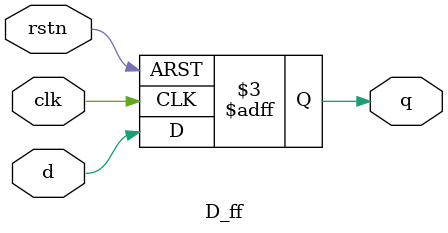
<source format=v>
module D_ff (input d,  
              input rstn,  
              input clk,  
              output reg q);  
  
    always @ (posedge clk or negedge rstn)  
       if (!rstn)  
          q <= 0;  
       else  
          q <= d;  
endmodule  
</source>
